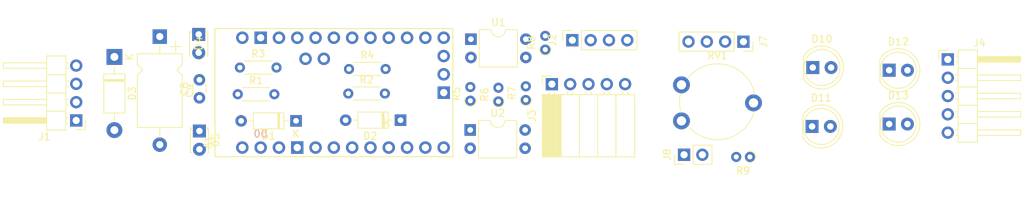
<source format=kicad_pcb>
(kicad_pcb
	(version 20240108)
	(generator "pcbnew")
	(generator_version "8.0")
	(general
		(thickness 1.6)
		(legacy_teardrops no)
	)
	(paper "A4")
	(title_block
		(title "DenshaBekutoru 電車ベクトル (Train Vector)")
		(date "2026-01-28")
		(company "ToGo-Lab")
		(comment 1 "- https://togo-lab.io/")
		(comment 2 "- Email: tgohle@togo-lab.io")
		(comment 3 "Thomas Gohle")
	)
	(layers
		(0 "F.Cu" signal)
		(31 "B.Cu" signal)
		(32 "B.Adhes" user "B.Adhesive")
		(33 "F.Adhes" user "F.Adhesive")
		(34 "B.Paste" user)
		(35 "F.Paste" user)
		(36 "B.SilkS" user "B.Silkscreen")
		(37 "F.SilkS" user "F.Silkscreen")
		(38 "B.Mask" user)
		(39 "F.Mask" user)
		(40 "Dwgs.User" user "User.Drawings")
		(41 "Cmts.User" user "User.Comments")
		(42 "Eco1.User" user "User.Eco1")
		(43 "Eco2.User" user "User.Eco2")
		(44 "Edge.Cuts" user)
		(45 "Margin" user)
		(46 "B.CrtYd" user "B.Courtyard")
		(47 "F.CrtYd" user "F.Courtyard")
		(48 "B.Fab" user)
		(49 "F.Fab" user)
		(50 "User.1" user)
		(51 "User.2" user)
		(52 "User.3" user)
		(53 "User.4" user)
		(54 "User.5" user)
		(55 "User.6" user)
		(56 "User.7" user)
		(57 "User.8" user)
		(58 "User.9" user)
	)
	(setup
		(stackup
			(layer "F.SilkS"
				(type "Top Silk Screen")
			)
			(layer "F.Paste"
				(type "Top Solder Paste")
			)
			(layer "F.Mask"
				(type "Top Solder Mask")
				(thickness 0.01)
			)
			(layer "F.Cu"
				(type "copper")
				(thickness 0.035)
			)
			(layer "dielectric 1"
				(type "core")
				(thickness 1.51)
				(material "FR4")
				(epsilon_r 4.5)
				(loss_tangent 0.02)
			)
			(layer "B.Cu"
				(type "copper")
				(thickness 0.035)
			)
			(layer "B.Mask"
				(type "Bottom Solder Mask")
				(thickness 0.01)
			)
			(layer "B.Paste"
				(type "Bottom Solder Paste")
			)
			(layer "B.SilkS"
				(type "Bottom Silk Screen")
			)
			(copper_finish "None")
			(dielectric_constraints no)
		)
		(pad_to_mask_clearance 0)
		(allow_soldermask_bridges_in_footprints no)
		(pcbplotparams
			(layerselection 0x00010fc_ffffffff)
			(plot_on_all_layers_selection 0x0000000_00000000)
			(disableapertmacros no)
			(usegerberextensions no)
			(usegerberattributes yes)
			(usegerberadvancedattributes yes)
			(creategerberjobfile yes)
			(dashed_line_dash_ratio 12.000000)
			(dashed_line_gap_ratio 3.000000)
			(svgprecision 4)
			(plotframeref no)
			(viasonmask no)
			(mode 1)
			(useauxorigin no)
			(hpglpennumber 1)
			(hpglpenspeed 20)
			(hpglpendiameter 15.000000)
			(pdf_front_fp_property_popups yes)
			(pdf_back_fp_property_popups yes)
			(dxfpolygonmode yes)
			(dxfimperialunits yes)
			(dxfusepcbnewfont yes)
			(psnegative no)
			(psa4output no)
			(plotreference yes)
			(plotvalue yes)
			(plotfptext yes)
			(plotinvisibletext no)
			(sketchpadsonfab no)
			(subtractmaskfromsilk no)
			(outputformat 1)
			(mirror no)
			(drillshape 1)
			(scaleselection 1)
			(outputdirectory "")
		)
	)
	(net 0 "")
	(net 1 "Net-(A1-D3_INT1)")
	(net 2 "unconnected-(A1-PadA6)")
	(net 3 "Net-(A1-D11_MOSI)")
	(net 4 "unconnected-(A1-PadD4)")
	(net 5 "unconnected-(A1-PadA7)")
	(net 6 "unconnected-(A1-D13_SCK-PadD13)")
	(net 7 "unconnected-(A1-PadD5)")
	(net 8 "unconnected-(A1-RESET-PadRST1)")
	(net 9 "Net-(A1-D10_CS)")
	(net 10 "Net-(A1-PadD9)")
	(net 11 "unconnected-(A1-PadD7)")
	(net 12 "unconnected-(A1-PadA3)")
	(net 13 "Net-(D3-K)")
	(net 14 "unconnected-(A1-D2_INT0-PadD2)")
	(net 15 "Net-(J8-Pin_1)")
	(net 16 "GND")
	(net 17 "Net-(A1-Vcc)")
	(net 18 "unconnected-(A1-PadD6)")
	(net 19 "unconnected-(A1-D12_MISO-PadD12)")
	(net 20 "unconnected-(A1-RESET-PadRST2)")
	(net 21 "unconnected-(A1-PadD8)")
	(net 22 "Net-(D1-A)")
	(net 23 "Net-(D1-K)")
	(net 24 "Net-(D2-K)")
	(net 25 "Net-(D2-A)")
	(net 26 "Net-(D3-A)")
	(net 27 "Net-(D4-K)")
	(net 28 "Net-(D5-K)")
	(net 29 "Net-(D4-A)")
	(net 30 "Net-(D5-A)")
	(net 31 "Net-(D10-A)")
	(net 32 "Net-(D11-A)")
	(net 33 "Net-(D12-A)")
	(net 34 "Net-(D13-A)")
	(net 35 "unconnected-(A1-A4{slash}SDA-PadA4)")
	(net 36 "unconnected-(A1-A5{slash}SCL-PadA5)")
	(net 37 "unconnected-(A1-D0{slash}RX-PadD0)")
	(net 38 "unconnected-(A1-D1{slash}TX-PadD1)")
	(footprint "Capacitor_THT:CP_Axial_L10.0mm_D6.0mm_P15.00mm_Horizontal" (layer "F.Cu") (at 87 90.1 -90))
	(footprint "LED_THT:LED_D5.0mm_Clear" (layer "F.Cu") (at 177.525 102.57))
	(footprint "Resistor_THT:R_Axial_DIN0204_L3.6mm_D1.6mm_P1.90mm_Vertical" (layer "F.Cu") (at 137.8 98.9 90))
	(footprint "Connector_PinSocket_2.54mm:PinSocket_1x04_P2.54mm_Vertical" (layer "F.Cu") (at 168 90.8 -90))
	(footprint "Diode_THT:D_DO-35_SOD27_P7.62mm_Horizontal" (layer "F.Cu") (at 105.91 101.8 180))
	(footprint "LED_THT:LED_D1.8mm_W3.3mm_H2.4mm" (layer "F.Cu") (at 92.4 89.8 -90))
	(footprint "Capacitor_THT:C_Disc_D3.0mm_W1.6mm_P2.50mm" (layer "F.Cu") (at 92.5 98.6 90))
	(footprint "Connector_PinSocket_2.54mm:PinSocket_1x04_P2.54mm_Vertical" (layer "F.Cu") (at 144.26 90.6 90))
	(footprint "LED_THT:LED_D5.0mm_Clear" (layer "F.Cu") (at 177.625 94.4))
	(footprint "arduino-library:Arduino_Pro_Mini_Socket_NoSPH_V2" (layer "F.Cu") (at 111.16 97.88 90))
	(footprint "Diode_THT:D_DO-35_SOD27_P7.62mm_Horizontal" (layer "F.Cu") (at 120.41 101.7 180))
	(footprint "Resistor_THT:R_Axial_DIN0204_L3.6mm_D1.6mm_P5.08mm_Horizontal" (layer "F.Cu") (at 113.26 94.6))
	(footprint "Connector_PinHeader_2.54mm:PinHeader_1x05_P2.54mm_Horizontal" (layer "F.Cu") (at 196.365 93.27))
	(footprint "Resistor_THT:R_Axial_DIN0204_L3.6mm_D1.6mm_P5.08mm_Horizontal" (layer "F.Cu") (at 98.12 94.4))
	(footprint "Connector_PinSocket_2.54mm:PinSocket_1x05_P2.54mm_Horizontal" (layer "F.Cu") (at 141.42 96.7 90))
	(footprint "Package_DIP:DIP-4_W7.62mm" (layer "F.Cu") (at 130.18 90.46))
	(footprint "Diode_THT:D_DO-41_SOD81_P10.16mm_Horizontal" (layer "F.Cu") (at 80.7 92.92 -90))
	(footprint "Resistor_THT:R_Axial_DIN0204_L3.6mm_D1.6mm_P1.90mm_Vertical" (layer "F.Cu") (at 168.9 106.8 180))
	(footprint "Package_DIP:DIP-4_W7.62mm" (layer "F.Cu") (at 130.08 103.06))
	(footprint "Resistor_THT:R_Axial_DIN0204_L3.6mm_D1.6mm_P5.08mm_Horizontal" (layer "F.Cu") (at 97.82 98.1))
	(footprint "Resistor_THT:R_Axial_DIN0204_L3.6mm_D1.6mm_P1.90mm_Vertical" (layer "F.Cu") (at 134 99.1 90))
	(footprint "LED_THT:LED_D5.0mm_Clear" (layer "F.Cu") (at 188.225 102.24))
	(footprint "Connector_PinHeader_2.54mm:PinHeader_1x02_P2.54mm_Vertical" (layer "F.Cu") (at 159.76 106.5 90))
	(footprint "LED_THT:LED_D1.8mm_W3.3mm_H2.4mm" (layer "F.Cu") (at 92.5 103.2 -90))
	(footprint "Resistor_THT:R_Axial_DIN0204_L3.6mm_D1.6mm_P1.90mm_Vertical" (layer "F.Cu") (at 130.1 99 90))
	(footprint "LED_THT:LED_D5.0mm_Clear"
		(layer "F.Cu")
		(uuid "d9d3c5d5-70df-4a99-bdea-62d6c62c1ec0")
		(at 188.225 94.77)
		(descr "LED, diameter 5.0mm, 2 pins, clear, http://cdn-reichelt.de/documents/datenblatt/A500/LL-504BC2E-009.pdf, generated by kicad-footprint-generator")
		(tags "LED")
		(property "Reference" "D12"
			(at 1.27 -3.96 0)
			(layer "F.SilkS")
			(uuid "d660013a-ef98-4941-b9c3-53668ac3e908")
			(effects
				(font
					(size 1 1)
					(thickness 0.15)
				)
			)
		)
		(property "Value" "LED: HL_B.1"
			(at 1.27 3.96 0)
			(layer "F.Fab")
			(uuid "b41cd8bb-1575-435b-b374-2a87a033c642")
			(effects
				(font
					(size 1 1)
					(thickness 0.15)
				)
			)
		)
		(property "Footprint" "LED_THT:LED_D5.0mm_Clear"
			(at 0 0 0)
			(layer "F.Fab")
			(hide yes)
			(uuid "989eb4f5-2041-45d1-8b66-1d619546efb2")
			(effects
				(font
					(size 1.27 1.27)
					(thickness 0.15)
				)
			)
		)
		(property "Datasheet" ""
			(at 0 0 0)
			(layer "F.Fab")
			(hide yes)
			(uuid "db16ba5f-dedf-464b-beaa-586a58da2c1c")
			(effects
				(font
					(size 1.27 1.27)
					(thickness 0.15)
				)
			)
		)
		(property "Description" "Light emitting diode"
			(at 0 0 0)
			(layer "F.Fab")
			(hide yes)
			(uuid "0ab733c7-a5c1-4df9-b75a-35c8fee0b903")
			(effects
				(font
					(size 1.27 1.27)
					(thickness 0.15)
				)
			)
		)
		(property ki_fp_filters "LED* LED_SMD:* LED_THT:*")
		(path "/862ea019-71c1-40a2-b76a-2953faaf1ae6")
		(sheetname "Root")
		(sheetfile "0004-DenshaBekutoru_v0.2.kicad_sch")
		(attr through_hole)
		(fp_line
			(start -1.29 -1.545)
			(end -1.29 1.545)
			(stroke
				(width 0.12)
				(type solid)
			)
			(layer "F.SilkS")
			(uuid "f745ecb2-2576-4967-a33b-70e0aa87e0ea")
		)
		(fp_arc
			(start -1.29 -1.54483)
			(mid 2.071756 -2.880501)
			(end 4.26 -0.000048)
			(stroke
				(width 0.12)
				(type solid)
			)
			(layer "F.SilkS")
			(uuid "dd66b83e-6711-4daa-97aa-17c966f5f6c6")
		)
		(fp_arc
			(start 4.26 0.000048)
			(mid 2.071756 2.880501)
			(end -1.29 1.54483)
			(stroke
				(width 0.12)
				(type solid)
			)
			(layer "F.SilkS")
			(uuid "43f98053-53b3-4634-8bdf-e33d2d725569")
		)
		(fp_circle
			(center 1.27 0)
			(end 3.77 0)
			(stroke
				(width 0.12)
				(type solid)
			)
			(fill none)
			(layer "F.SilkS")
			(uuid "1126d528-3041-439d-b846-955d52c43095")
		)
		(fp_line
			(start -1.94 -3.21)
			(end -1.94 3.21)
			(stroke
				(width 0.05)
				(type solid)
			)
			(layer "F.CrtYd")
			(uuid "1fc53f88-08af-464d-9e54-23e2b2486bf2")
		)
		(fp_line
			(start -1.94 3.21)
			(end 4.49 3.21)
			(stroke
				(width 0.05)
				(type solid)
			)
			(layer "F.CrtYd")
			(uuid "978cd64e-dddf-4a2c-a2f0-3cc4444267bb")
		)
		(fp_line
			(start 4.49 -3.21)
			(end -1.94 -3.21)
			(stroke
				(width 0.05)
				(type solid)
			)
			(layer "F.CrtYd")
			(uuid "80dcdad9-6803-464a-86fb-e3aa9dc13b15")
		)
		(fp_line
			(start 4.49 3.21)
			(end 4.49 -3.21)
			(stroke
				(width 0.05)
				(type solid)
			)
			(layer "F.CrtYd")
			(uuid "09b51d5e-c052-4c42-8ff2-2f255e56dd32")
		)
		(fp_line
			(start -1.23 -1.469694)
			(end -1.23 1.469694)
			(stroke
				(width 0.1)
				(type solid)
			)
			(layer "F.Fab")
			(uuid "ca0b9cb0-c079-4c98-88cd-bc1bddc4deb2")
		)
		(fp_arc
			(start -1.23 -1.469694)
			(mid 4.17 -0.000045)
			(end -1.229954 1.469772)
			(stroke
				(width 0.1)
				(type solid)
			)
			(layer "F.Fab")
			(uuid "8c17f093-2795-443a-b421-82e8d355eb35")
		)
		(fp_circle
			(center 1.27 0)
			(end 3.77 0)
			(stroke
				(width 0.1)
				(type solid)
			)
			(fill none)
			(layer "F.Fab")
			(uuid "807d3594-c6de-4b95-8a2e-7a663232a113")
		)
		(fp_text user "${REFERENCE}"
			(at 1.27 0 0)
			(layer "F.Fab")
			(uuid "f1f66d96-f2ab-4c65-83d7-d20bc00826f3")
			(effects
				(font
					(size 0.8 0.8)
					(thickness 0.12)
				)
			)
		)
		(pad "1" thru_hole rect
			(at 0 0)
			(size 1.8 1.8)
			(drill 0.9)
			(layers "*.Cu" "*.Mask" "In1.Cu" "In2.Cu" "In3.Cu" "In4.Cu" "In5.Cu" "In6.Cu"
				"In7.Cu" "In8.Cu" "In9.Cu" "In10.Cu" "In11.Cu" "In12.Cu" "In13.Cu" "In14.Cu"
				"In15.Cu" "In16.Cu" "In17.Cu" "In18.Cu" "In19.Cu" "In20.Cu" "In21.Cu"
				"In22.Cu" "In23.Cu" "In24.Cu" "In25.Cu" "In26.Cu" "In27.Cu" "In28.Cu"
				"In29.Cu" "In30.Cu"
			)
			(remove_unused_layers no)
			(net 16 "GND")
			(pinfunction "K
... [32511 chars truncated]
</source>
